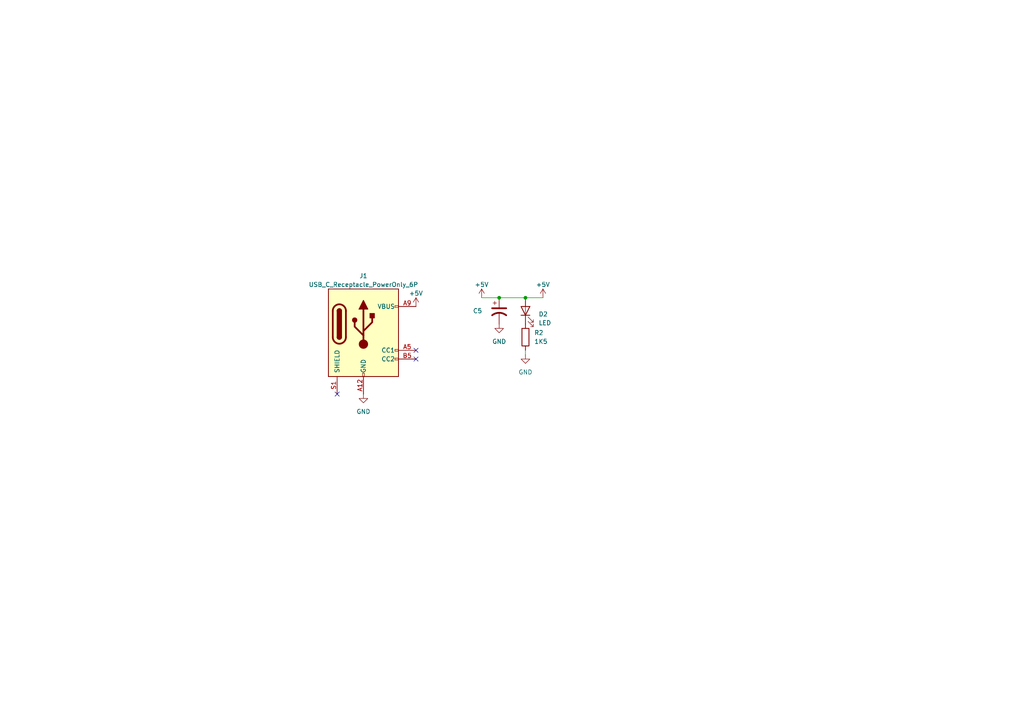
<source format=kicad_sch>
(kicad_sch
	(version 20231120)
	(generator "eeschema")
	(generator_version "8.0")
	(uuid "6f664d12-6923-4823-8f26-b9fd83659520")
	(paper "A4")
	(lib_symbols
		(symbol "Connector:USB_C_Receptacle_PowerOnly_6P"
			(pin_names
				(offset 1.016)
			)
			(exclude_from_sim no)
			(in_bom yes)
			(on_board yes)
			(property "Reference" "J"
				(at 0 16.51 0)
				(effects
					(font
						(size 1.27 1.27)
					)
					(justify bottom)
				)
			)
			(property "Value" "USB_C_Receptacle_PowerOnly_6P"
				(at 0 13.97 0)
				(effects
					(font
						(size 1.27 1.27)
					)
					(justify bottom)
				)
			)
			(property "Footprint" ""
				(at 3.81 2.54 0)
				(effects
					(font
						(size 1.27 1.27)
					)
					(hide yes)
				)
			)
			(property "Datasheet" "https://www.usb.org/sites/default/files/documents/usb_type-c.zip"
				(at 0 0 0)
				(effects
					(font
						(size 1.27 1.27)
					)
					(hide yes)
				)
			)
			(property "Description" "USB Power-Only 6P Type-C Receptacle connector"
				(at 0 0 0)
				(effects
					(font
						(size 1.27 1.27)
					)
					(hide yes)
				)
			)
			(property "ki_keywords" "usb universal serial bus type-C power-only charging-only 6P 6C"
				(at 0 0 0)
				(effects
					(font
						(size 1.27 1.27)
					)
					(hide yes)
				)
			)
			(property "ki_fp_filters" "USB*C*Receptacle*"
				(at 0 0 0)
				(effects
					(font
						(size 1.27 1.27)
					)
					(hide yes)
				)
			)
			(symbol "USB_C_Receptacle_PowerOnly_6P_0_0"
				(rectangle
					(start -0.254 -12.7)
					(end 0.254 -11.684)
					(stroke
						(width 0)
						(type default)
					)
					(fill
						(type none)
					)
				)
				(rectangle
					(start 10.16 -7.366)
					(end 9.144 -7.874)
					(stroke
						(width 0)
						(type default)
					)
					(fill
						(type none)
					)
				)
				(rectangle
					(start 10.16 -4.826)
					(end 9.144 -5.334)
					(stroke
						(width 0)
						(type default)
					)
					(fill
						(type none)
					)
				)
				(rectangle
					(start 10.16 7.874)
					(end 9.144 7.366)
					(stroke
						(width 0)
						(type default)
					)
					(fill
						(type none)
					)
				)
			)
			(symbol "USB_C_Receptacle_PowerOnly_6P_0_1"
				(rectangle
					(start -10.16 12.7)
					(end 10.16 -12.7)
					(stroke
						(width 0.254)
						(type default)
					)
					(fill
						(type background)
					)
				)
				(arc
					(start -8.89 -1.27)
					(mid -6.985 -3.1667)
					(end -5.08 -1.27)
					(stroke
						(width 0.508)
						(type default)
					)
					(fill
						(type none)
					)
				)
				(arc
					(start -7.62 -1.27)
					(mid -6.985 -1.9023)
					(end -6.35 -1.27)
					(stroke
						(width 0.254)
						(type default)
					)
					(fill
						(type none)
					)
				)
				(arc
					(start -7.62 -1.27)
					(mid -6.985 -1.9023)
					(end -6.35 -1.27)
					(stroke
						(width 0.254)
						(type default)
					)
					(fill
						(type outline)
					)
				)
				(rectangle
					(start -7.62 -1.27)
					(end -6.35 6.35)
					(stroke
						(width 0.254)
						(type default)
					)
					(fill
						(type outline)
					)
				)
				(arc
					(start -6.35 6.35)
					(mid -6.985 6.9823)
					(end -7.62 6.35)
					(stroke
						(width 0.254)
						(type default)
					)
					(fill
						(type none)
					)
				)
				(arc
					(start -6.35 6.35)
					(mid -6.985 6.9823)
					(end -7.62 6.35)
					(stroke
						(width 0.254)
						(type default)
					)
					(fill
						(type outline)
					)
				)
				(arc
					(start -5.08 6.35)
					(mid -6.985 8.2467)
					(end -8.89 6.35)
					(stroke
						(width 0.508)
						(type default)
					)
					(fill
						(type none)
					)
				)
				(circle
					(center -2.54 3.683)
					(radius 0.635)
					(stroke
						(width 0.254)
						(type default)
					)
					(fill
						(type outline)
					)
				)
				(circle
					(center 0 -3.302)
					(radius 1.27)
					(stroke
						(width 0)
						(type default)
					)
					(fill
						(type outline)
					)
				)
				(polyline
					(pts
						(xy -8.89 -1.27) (xy -8.89 6.35)
					)
					(stroke
						(width 0.508)
						(type default)
					)
					(fill
						(type none)
					)
				)
				(polyline
					(pts
						(xy -5.08 6.35) (xy -5.08 -1.27)
					)
					(stroke
						(width 0.508)
						(type default)
					)
					(fill
						(type none)
					)
				)
				(polyline
					(pts
						(xy 0 -3.302) (xy 0 6.858)
					)
					(stroke
						(width 0.508)
						(type default)
					)
					(fill
						(type none)
					)
				)
				(polyline
					(pts
						(xy 0 -0.762) (xy -2.54 1.778) (xy -2.54 3.048)
					)
					(stroke
						(width 0.508)
						(type default)
					)
					(fill
						(type none)
					)
				)
				(polyline
					(pts
						(xy 0 0.508) (xy 2.54 3.048) (xy 2.54 4.318)
					)
					(stroke
						(width 0.508)
						(type default)
					)
					(fill
						(type none)
					)
				)
				(polyline
					(pts
						(xy -1.27 6.858) (xy 0 9.398) (xy 1.27 6.858) (xy -1.27 6.858)
					)
					(stroke
						(width 0.254)
						(type default)
					)
					(fill
						(type outline)
					)
				)
				(rectangle
					(start 1.905 4.318)
					(end 3.175 5.588)
					(stroke
						(width 0.254)
						(type default)
					)
					(fill
						(type outline)
					)
				)
			)
			(symbol "USB_C_Receptacle_PowerOnly_6P_1_1"
				(pin passive line
					(at 0 -17.78 90)
					(length 5.08)
					(name "GND"
						(effects
							(font
								(size 1.27 1.27)
							)
						)
					)
					(number "A12"
						(effects
							(font
								(size 1.27 1.27)
							)
						)
					)
				)
				(pin bidirectional line
					(at 15.24 -5.08 180)
					(length 5.08)
					(name "CC1"
						(effects
							(font
								(size 1.27 1.27)
							)
						)
					)
					(number "A5"
						(effects
							(font
								(size 1.27 1.27)
							)
						)
					)
				)
				(pin passive line
					(at 15.24 7.62 180)
					(length 5.08)
					(name "VBUS"
						(effects
							(font
								(size 1.27 1.27)
							)
						)
					)
					(number "A9"
						(effects
							(font
								(size 1.27 1.27)
							)
						)
					)
				)
				(pin passive line
					(at 0 -17.78 90)
					(length 5.08) hide
					(name "GND"
						(effects
							(font
								(size 1.27 1.27)
							)
						)
					)
					(number "B12"
						(effects
							(font
								(size 1.27 1.27)
							)
						)
					)
				)
				(pin bidirectional line
					(at 15.24 -7.62 180)
					(length 5.08)
					(name "CC2"
						(effects
							(font
								(size 1.27 1.27)
							)
						)
					)
					(number "B5"
						(effects
							(font
								(size 1.27 1.27)
							)
						)
					)
				)
				(pin passive line
					(at 15.24 7.62 180)
					(length 5.08) hide
					(name "VBUS"
						(effects
							(font
								(size 1.27 1.27)
							)
						)
					)
					(number "B9"
						(effects
							(font
								(size 1.27 1.27)
							)
						)
					)
				)
				(pin passive line
					(at -7.62 -17.78 90)
					(length 5.08)
					(name "SHIELD"
						(effects
							(font
								(size 1.27 1.27)
							)
						)
					)
					(number "S1"
						(effects
							(font
								(size 1.27 1.27)
							)
						)
					)
				)
			)
		)
		(symbol "Device:C_Polarized_US"
			(pin_numbers hide)
			(pin_names
				(offset 0.254) hide)
			(exclude_from_sim no)
			(in_bom yes)
			(on_board yes)
			(property "Reference" "C"
				(at 0.635 2.54 0)
				(effects
					(font
						(size 1.27 1.27)
					)
					(justify left)
				)
			)
			(property "Value" "C_Polarized_US"
				(at 0.635 -2.54 0)
				(effects
					(font
						(size 1.27 1.27)
					)
					(justify left)
				)
			)
			(property "Footprint" ""
				(at 0 0 0)
				(effects
					(font
						(size 1.27 1.27)
					)
					(hide yes)
				)
			)
			(property "Datasheet" "~"
				(at 0 0 0)
				(effects
					(font
						(size 1.27 1.27)
					)
					(hide yes)
				)
			)
			(property "Description" "Polarized capacitor, US symbol"
				(at 0 0 0)
				(effects
					(font
						(size 1.27 1.27)
					)
					(hide yes)
				)
			)
			(property "ki_keywords" "cap capacitor"
				(at 0 0 0)
				(effects
					(font
						(size 1.27 1.27)
					)
					(hide yes)
				)
			)
			(property "ki_fp_filters" "CP_*"
				(at 0 0 0)
				(effects
					(font
						(size 1.27 1.27)
					)
					(hide yes)
				)
			)
			(symbol "C_Polarized_US_0_1"
				(polyline
					(pts
						(xy -2.032 0.762) (xy 2.032 0.762)
					)
					(stroke
						(width 0.508)
						(type default)
					)
					(fill
						(type none)
					)
				)
				(polyline
					(pts
						(xy -1.778 2.286) (xy -0.762 2.286)
					)
					(stroke
						(width 0)
						(type default)
					)
					(fill
						(type none)
					)
				)
				(polyline
					(pts
						(xy -1.27 1.778) (xy -1.27 2.794)
					)
					(stroke
						(width 0)
						(type default)
					)
					(fill
						(type none)
					)
				)
				(arc
					(start 2.032 -1.27)
					(mid 0 -0.5572)
					(end -2.032 -1.27)
					(stroke
						(width 0.508)
						(type default)
					)
					(fill
						(type none)
					)
				)
			)
			(symbol "C_Polarized_US_1_1"
				(pin passive line
					(at 0 3.81 270)
					(length 2.794)
					(name "~"
						(effects
							(font
								(size 1.27 1.27)
							)
						)
					)
					(number "1"
						(effects
							(font
								(size 1.27 1.27)
							)
						)
					)
				)
				(pin passive line
					(at 0 -3.81 90)
					(length 3.302)
					(name "~"
						(effects
							(font
								(size 1.27 1.27)
							)
						)
					)
					(number "2"
						(effects
							(font
								(size 1.27 1.27)
							)
						)
					)
				)
			)
		)
		(symbol "Device:LED"
			(pin_numbers hide)
			(pin_names
				(offset 1.016) hide)
			(exclude_from_sim no)
			(in_bom yes)
			(on_board yes)
			(property "Reference" "D"
				(at 0 2.54 0)
				(effects
					(font
						(size 1.27 1.27)
					)
				)
			)
			(property "Value" "LED"
				(at 0 -2.54 0)
				(effects
					(font
						(size 1.27 1.27)
					)
				)
			)
			(property "Footprint" ""
				(at 0 0 0)
				(effects
					(font
						(size 1.27 1.27)
					)
					(hide yes)
				)
			)
			(property "Datasheet" "~"
				(at 0 0 0)
				(effects
					(font
						(size 1.27 1.27)
					)
					(hide yes)
				)
			)
			(property "Description" "Light emitting diode"
				(at 0 0 0)
				(effects
					(font
						(size 1.27 1.27)
					)
					(hide yes)
				)
			)
			(property "ki_keywords" "LED diode"
				(at 0 0 0)
				(effects
					(font
						(size 1.27 1.27)
					)
					(hide yes)
				)
			)
			(property "ki_fp_filters" "LED* LED_SMD:* LED_THT:*"
				(at 0 0 0)
				(effects
					(font
						(size 1.27 1.27)
					)
					(hide yes)
				)
			)
			(symbol "LED_0_1"
				(polyline
					(pts
						(xy -1.27 -1.27) (xy -1.27 1.27)
					)
					(stroke
						(width 0.254)
						(type default)
					)
					(fill
						(type none)
					)
				)
				(polyline
					(pts
						(xy -1.27 0) (xy 1.27 0)
					)
					(stroke
						(width 0)
						(type default)
					)
					(fill
						(type none)
					)
				)
				(polyline
					(pts
						(xy 1.27 -1.27) (xy 1.27 1.27) (xy -1.27 0) (xy 1.27 -1.27)
					)
					(stroke
						(width 0.254)
						(type default)
					)
					(fill
						(type none)
					)
				)
				(polyline
					(pts
						(xy -3.048 -0.762) (xy -4.572 -2.286) (xy -3.81 -2.286) (xy -4.572 -2.286) (xy -4.572 -1.524)
					)
					(stroke
						(width 0)
						(type default)
					)
					(fill
						(type none)
					)
				)
				(polyline
					(pts
						(xy -1.778 -0.762) (xy -3.302 -2.286) (xy -2.54 -2.286) (xy -3.302 -2.286) (xy -3.302 -1.524)
					)
					(stroke
						(width 0)
						(type default)
					)
					(fill
						(type none)
					)
				)
			)
			(symbol "LED_1_1"
				(pin passive line
					(at -3.81 0 0)
					(length 2.54)
					(name "K"
						(effects
							(font
								(size 1.27 1.27)
							)
						)
					)
					(number "1"
						(effects
							(font
								(size 1.27 1.27)
							)
						)
					)
				)
				(pin passive line
					(at 3.81 0 180)
					(length 2.54)
					(name "A"
						(effects
							(font
								(size 1.27 1.27)
							)
						)
					)
					(number "2"
						(effects
							(font
								(size 1.27 1.27)
							)
						)
					)
				)
			)
		)
		(symbol "Device:R"
			(pin_numbers hide)
			(pin_names
				(offset 0)
			)
			(exclude_from_sim no)
			(in_bom yes)
			(on_board yes)
			(property "Reference" "R"
				(at 2.032 0 90)
				(effects
					(font
						(size 1.27 1.27)
					)
				)
			)
			(property "Value" "R"
				(at 0 0 90)
				(effects
					(font
						(size 1.27 1.27)
					)
				)
			)
			(property "Footprint" ""
				(at -1.778 0 90)
				(effects
					(font
						(size 1.27 1.27)
					)
					(hide yes)
				)
			)
			(property "Datasheet" "~"
				(at 0 0 0)
				(effects
					(font
						(size 1.27 1.27)
					)
					(hide yes)
				)
			)
			(property "Description" "Resistor"
				(at 0 0 0)
				(effects
					(font
						(size 1.27 1.27)
					)
					(hide yes)
				)
			)
			(property "ki_keywords" "R res resistor"
				(at 0 0 0)
				(effects
					(font
						(size 1.27 1.27)
					)
					(hide yes)
				)
			)
			(property "ki_fp_filters" "R_*"
				(at 0 0 0)
				(effects
					(font
						(size 1.27 1.27)
					)
					(hide yes)
				)
			)
			(symbol "R_0_1"
				(rectangle
					(start -1.016 -2.54)
					(end 1.016 2.54)
					(stroke
						(width 0.254)
						(type default)
					)
					(fill
						(type none)
					)
				)
			)
			(symbol "R_1_1"
				(pin passive line
					(at 0 3.81 270)
					(length 1.27)
					(name "~"
						(effects
							(font
								(size 1.27 1.27)
							)
						)
					)
					(number "1"
						(effects
							(font
								(size 1.27 1.27)
							)
						)
					)
				)
				(pin passive line
					(at 0 -3.81 90)
					(length 1.27)
					(name "~"
						(effects
							(font
								(size 1.27 1.27)
							)
						)
					)
					(number "2"
						(effects
							(font
								(size 1.27 1.27)
							)
						)
					)
				)
			)
		)
		(symbol "power:+5V"
			(power)
			(pin_names
				(offset 0)
			)
			(exclude_from_sim no)
			(in_bom yes)
			(on_board yes)
			(property "Reference" "#PWR"
				(at 0 -3.81 0)
				(effects
					(font
						(size 1.27 1.27)
					)
					(hide yes)
				)
			)
			(property "Value" "+5V"
				(at 0 3.556 0)
				(effects
					(font
						(size 1.27 1.27)
					)
				)
			)
			(property "Footprint" ""
				(at 0 0 0)
				(effects
					(font
						(size 1.27 1.27)
					)
					(hide yes)
				)
			)
			(property "Datasheet" ""
				(at 0 0 0)
				(effects
					(font
						(size 1.27 1.27)
					)
					(hide yes)
				)
			)
			(property "Description" "Power symbol creates a global label with name \"+5V\""
				(at 0 0 0)
				(effects
					(font
						(size 1.27 1.27)
					)
					(hide yes)
				)
			)
			(property "ki_keywords" "global power"
				(at 0 0 0)
				(effects
					(font
						(size 1.27 1.27)
					)
					(hide yes)
				)
			)
			(symbol "+5V_0_1"
				(polyline
					(pts
						(xy -0.762 1.27) (xy 0 2.54)
					)
					(stroke
						(width 0)
						(type default)
					)
					(fill
						(type none)
					)
				)
				(polyline
					(pts
						(xy 0 0) (xy 0 2.54)
					)
					(stroke
						(width 0)
						(type default)
					)
					(fill
						(type none)
					)
				)
				(polyline
					(pts
						(xy 0 2.54) (xy 0.762 1.27)
					)
					(stroke
						(width 0)
						(type default)
					)
					(fill
						(type none)
					)
				)
			)
			(symbol "+5V_1_1"
				(pin power_in line
					(at 0 0 90)
					(length 0) hide
					(name "+5V"
						(effects
							(font
								(size 1.27 1.27)
							)
						)
					)
					(number "1"
						(effects
							(font
								(size 1.27 1.27)
							)
						)
					)
				)
			)
		)
		(symbol "power:GND"
			(power)
			(pin_names
				(offset 0)
			)
			(exclude_from_sim no)
			(in_bom yes)
			(on_board yes)
			(property "Reference" "#PWR"
				(at 0 -6.35 0)
				(effects
					(font
						(size 1.27 1.27)
					)
					(hide yes)
				)
			)
			(property "Value" "GND"
				(at 0 -3.81 0)
				(effects
					(font
						(size 1.27 1.27)
					)
				)
			)
			(property "Footprint" ""
				(at 0 0 0)
				(effects
					(font
						(size 1.27 1.27)
					)
					(hide yes)
				)
			)
			(property "Datasheet" ""
				(at 0 0 0)
				(effects
					(font
						(size 1.27 1.27)
					)
					(hide yes)
				)
			)
			(property "Description" "Power symbol creates a global label with name \"GND\" , ground"
				(at 0 0 0)
				(effects
					(font
						(size 1.27 1.27)
					)
					(hide yes)
				)
			)
			(property "ki_keywords" "global power"
				(at 0 0 0)
				(effects
					(font
						(size 1.27 1.27)
					)
					(hide yes)
				)
			)
			(symbol "GND_0_1"
				(polyline
					(pts
						(xy 0 0) (xy 0 -1.27) (xy 1.27 -1.27) (xy 0 -2.54) (xy -1.27 -1.27) (xy 0 -1.27)
					)
					(stroke
						(width 0)
						(type default)
					)
					(fill
						(type none)
					)
				)
			)
			(symbol "GND_1_1"
				(pin power_in line
					(at 0 0 270)
					(length 0) hide
					(name "GND"
						(effects
							(font
								(size 1.27 1.27)
							)
						)
					)
					(number "1"
						(effects
							(font
								(size 1.27 1.27)
							)
						)
					)
				)
			)
		)
	)
	(junction
		(at 152.4 86.36)
		(diameter 0)
		(color 0 0 0 0)
		(uuid "ccae2975-c011-402c-80aa-bd0f53125d4e")
	)
	(junction
		(at 144.78 86.36)
		(diameter 0)
		(color 0 0 0 0)
		(uuid "fef09f92-879e-4a58-9f5c-e203b3bc808b")
	)
	(no_connect
		(at 120.65 101.6)
		(uuid "14127a5b-5d80-496c-9d46-68cc0a87d8a1")
	)
	(no_connect
		(at 120.65 104.14)
		(uuid "3d128fdb-f6f7-49f1-b045-5c96264f2038")
	)
	(no_connect
		(at 97.79 114.3)
		(uuid "e9dd19f6-a4b4-4770-a76e-691249de1a13")
	)
	(wire
		(pts
			(xy 152.4 86.36) (xy 157.48 86.36)
		)
		(stroke
			(width 0)
			(type default)
		)
		(uuid "176e194b-d4aa-4cd6-8d07-04a2ad11bc73")
	)
	(wire
		(pts
			(xy 144.78 86.36) (xy 152.4 86.36)
		)
		(stroke
			(width 0)
			(type default)
		)
		(uuid "5846c5fc-7132-40cf-9f1a-ca9465a46418")
	)
	(wire
		(pts
			(xy 152.4 102.87) (xy 152.4 101.6)
		)
		(stroke
			(width 0)
			(type default)
		)
		(uuid "5c5832df-e50d-48e6-9468-5f738477b309")
	)
	(wire
		(pts
			(xy 139.7 86.36) (xy 144.78 86.36)
		)
		(stroke
			(width 0)
			(type default)
		)
		(uuid "fc0c1c84-081b-4def-a71a-8ff916693102")
	)
	(symbol
		(lib_id "Connector:USB_C_Receptacle_PowerOnly_6P")
		(at 105.41 96.52 0)
		(unit 1)
		(exclude_from_sim no)
		(in_bom yes)
		(on_board yes)
		(dnp no)
		(fields_autoplaced yes)
		(uuid "0f58acf2-8ec3-4f30-ace3-2e6bb8035a85")
		(property "Reference" "J1"
			(at 105.41 80.01 0)
			(effects
				(font
					(size 1.27 1.27)
				)
			)
		)
		(property "Value" "USB_C_Receptacle_PowerOnly_6P"
			(at 105.41 82.55 0)
			(effects
				(font
					(size 1.27 1.27)
				)
			)
		)
		(property "Footprint" "AAAAAAAAA:GCT_USB4125-GF-A_REVA2 USB C FEMALE"
			(at 109.22 93.98 0)
			(effects
				(font
					(size 1.27 1.27)
				)
				(hide yes)
			)
		)
		(property "Datasheet" "https://www.usb.org/sites/default/files/documents/usb_type-c.zip"
			(at 105.41 96.52 0)
			(effects
				(font
					(size 1.27 1.27)
				)
				(hide yes)
			)
		)
		(property "Description" ""
			(at 105.41 96.52 0)
			(effects
				(font
					(size 1.27 1.27)
				)
				(hide yes)
			)
		)
		(pin "A12"
			(uuid "c79d808c-1176-421f-a54a-afcb8770a9af")
		)
		(pin "A5"
			(uuid "b27f3020-8ccd-423f-a43c-61417db99111")
		)
		(pin "A9"
			(uuid "bf16abad-7a8d-4a32-aebb-92a9853ada86")
		)
		(pin "B12"
			(uuid "04898f51-5a20-4952-96bf-01a4075deac1")
		)
		(pin "B5"
			(uuid "b2318e76-bde2-48a0-9df8-7ed8f102c3fe")
		)
		(pin "B9"
			(uuid "f071fbe1-702b-4550-81f8-3c480a9c2bac")
		)
		(pin "S1"
			(uuid "8fe65159-e726-4944-b9f9-76dae145bc15")
		)
		(instances
			(project "256JKFF"
				(path "/56463b8e-670e-41df-bd3a-314161dc4bc4/7cb1b4b8-4938-41c8-bf3d-f2d9197a9155"
					(reference "J1")
					(unit 1)
				)
			)
			(project "Olga2"
				(path "/e2d6aba0-f2ef-49b3-9029-0ff5f35b0084"
					(reference "J?")
					(unit 1)
				)
			)
		)
	)
	(symbol
		(lib_id "Device:R")
		(at 152.4 97.79 0)
		(unit 1)
		(exclude_from_sim no)
		(in_bom yes)
		(on_board yes)
		(dnp no)
		(fields_autoplaced yes)
		(uuid "23012be0-9dc1-4276-8e8c-c33ff3f0a1fd")
		(property "Reference" "R2"
			(at 154.94 96.5199 0)
			(effects
				(font
					(size 1.27 1.27)
				)
				(justify left)
			)
		)
		(property "Value" "1K5"
			(at 154.94 99.0599 0)
			(effects
				(font
					(size 1.27 1.27)
				)
				(justify left)
			)
		)
		(property "Footprint" "Resistor_SMD:R_1206_3216Metric"
			(at 150.622 97.79 90)
			(effects
				(font
					(size 1.27 1.27)
				)
				(hide yes)
			)
		)
		(property "Datasheet" "~"
			(at 152.4 97.79 0)
			(effects
				(font
					(size 1.27 1.27)
				)
				(hide yes)
			)
		)
		(property "Description" ""
			(at 152.4 97.79 0)
			(effects
				(font
					(size 1.27 1.27)
				)
				(hide yes)
			)
		)
		(pin "1"
			(uuid "30cb583b-deda-4a52-9bcb-84599f1d8fdf")
		)
		(pin "2"
			(uuid "affaf305-c821-4ace-bbbb-29e1509bc360")
		)
		(instances
			(project "256JKFF"
				(path "/56463b8e-670e-41df-bd3a-314161dc4bc4/7cb1b4b8-4938-41c8-bf3d-f2d9197a9155"
					(reference "R2")
					(unit 1)
				)
			)
		)
	)
	(symbol
		(lib_id "power:+5V")
		(at 139.7 86.36 0)
		(unit 1)
		(exclude_from_sim no)
		(in_bom yes)
		(on_board yes)
		(dnp no)
		(fields_autoplaced yes)
		(uuid "2cb789a1-22b2-45e5-82de-699effe5683b")
		(property "Reference" "#PWR016"
			(at 139.7 90.17 0)
			(effects
				(font
					(size 1.27 1.27)
				)
				(hide yes)
			)
		)
		(property "Value" "+5V"
			(at 139.7 82.55 0)
			(effects
				(font
					(size 1.27 1.27)
				)
			)
		)
		(property "Footprint" ""
			(at 139.7 86.36 0)
			(effects
				(font
					(size 1.27 1.27)
				)
				(hide yes)
			)
		)
		(property "Datasheet" ""
			(at 139.7 86.36 0)
			(effects
				(font
					(size 1.27 1.27)
				)
				(hide yes)
			)
		)
		(property "Description" ""
			(at 139.7 86.36 0)
			(effects
				(font
					(size 1.27 1.27)
				)
				(hide yes)
			)
		)
		(pin "1"
			(uuid "2c65c84c-37ca-487a-88ed-dcae878e8469")
		)
		(instances
			(project "256JKFF"
				(path "/56463b8e-670e-41df-bd3a-314161dc4bc4/7cb1b4b8-4938-41c8-bf3d-f2d9197a9155"
					(reference "#PWR016")
					(unit 1)
				)
			)
		)
	)
	(symbol
		(lib_id "Device:C_Polarized_US")
		(at 144.78 90.17 0)
		(unit 1)
		(exclude_from_sim no)
		(in_bom yes)
		(on_board yes)
		(dnp no)
		(uuid "45b96025-8ea2-4ee1-a5d6-2834883391a2")
		(property "Reference" "C5"
			(at 137.16 90.17 0)
			(effects
				(font
					(size 1.27 1.27)
				)
				(justify left)
			)
		)
		(property "Value" "293D106X96R3A2TE3"
			(at 148.59 91.44 0)
			(effects
				(font
					(size 1.27 1.27)
				)
				(justify left)
				(hide yes)
			)
		)
		(property "Footprint" "AAAAAAAAA:CAPMP3216X180N"
			(at 144.78 90.17 0)
			(effects
				(font
					(size 1.27 1.27)
				)
				(hide yes)
			)
		)
		(property "Datasheet" "~"
			(at 144.78 90.17 0)
			(effects
				(font
					(size 1.27 1.27)
				)
				(hide yes)
			)
		)
		(property "Description" ""
			(at 144.78 90.17 0)
			(effects
				(font
					(size 1.27 1.27)
				)
				(hide yes)
			)
		)
		(pin "1"
			(uuid "8b9da106-7c9b-46d0-a9f9-3db3aed26962")
		)
		(pin "2"
			(uuid "6fff0615-0f75-49a0-bc6c-4d40c2540058")
		)
		(instances
			(project "256JKFF"
				(path "/56463b8e-670e-41df-bd3a-314161dc4bc4/7cb1b4b8-4938-41c8-bf3d-f2d9197a9155"
					(reference "C5")
					(unit 1)
				)
			)
		)
	)
	(symbol
		(lib_id "power:GND")
		(at 105.41 114.3 0)
		(unit 1)
		(exclude_from_sim no)
		(in_bom yes)
		(on_board yes)
		(dnp no)
		(fields_autoplaced yes)
		(uuid "4da2c99d-754e-48c2-8529-ed65021ba6be")
		(property "Reference" "#PWR014"
			(at 105.41 120.65 0)
			(effects
				(font
					(size 1.27 1.27)
				)
				(hide yes)
			)
		)
		(property "Value" "GND"
			(at 105.41 119.38 0)
			(effects
				(font
					(size 1.27 1.27)
				)
			)
		)
		(property "Footprint" ""
			(at 105.41 114.3 0)
			(effects
				(font
					(size 1.27 1.27)
				)
				(hide yes)
			)
		)
		(property "Datasheet" ""
			(at 105.41 114.3 0)
			(effects
				(font
					(size 1.27 1.27)
				)
				(hide yes)
			)
		)
		(property "Description" ""
			(at 105.41 114.3 0)
			(effects
				(font
					(size 1.27 1.27)
				)
				(hide yes)
			)
		)
		(pin "1"
			(uuid "ba5bf3cd-87b7-4a9d-81e3-81d0fc661817")
		)
		(instances
			(project "256JKFF"
				(path "/56463b8e-670e-41df-bd3a-314161dc4bc4/7cb1b4b8-4938-41c8-bf3d-f2d9197a9155"
					(reference "#PWR014")
					(unit 1)
				)
			)
		)
	)
	(symbol
		(lib_id "power:GND")
		(at 152.4 102.87 0)
		(unit 1)
		(exclude_from_sim no)
		(in_bom yes)
		(on_board yes)
		(dnp no)
		(fields_autoplaced yes)
		(uuid "53ef3651-7e44-40f0-9e52-53bf26d405ac")
		(property "Reference" "#PWR018"
			(at 152.4 109.22 0)
			(effects
				(font
					(size 1.27 1.27)
				)
				(hide yes)
			)
		)
		(property "Value" "GND"
			(at 152.4 107.95 0)
			(effects
				(font
					(size 1.27 1.27)
				)
			)
		)
		(property "Footprint" ""
			(at 152.4 102.87 0)
			(effects
				(font
					(size 1.27 1.27)
				)
				(hide yes)
			)
		)
		(property "Datasheet" ""
			(at 152.4 102.87 0)
			(effects
				(font
					(size 1.27 1.27)
				)
				(hide yes)
			)
		)
		(property "Description" ""
			(at 152.4 102.87 0)
			(effects
				(font
					(size 1.27 1.27)
				)
				(hide yes)
			)
		)
		(pin "1"
			(uuid "9e5c1d7d-2ac7-4a9a-9c31-c4be305cb935")
		)
		(instances
			(project "256JKFF"
				(path "/56463b8e-670e-41df-bd3a-314161dc4bc4/7cb1b4b8-4938-41c8-bf3d-f2d9197a9155"
					(reference "#PWR018")
					(unit 1)
				)
			)
		)
	)
	(symbol
		(lib_id "power:+5V")
		(at 120.65 88.9 0)
		(unit 1)
		(exclude_from_sim no)
		(in_bom yes)
		(on_board yes)
		(dnp no)
		(fields_autoplaced yes)
		(uuid "81b62bdc-d7f1-4190-9174-2470454107fc")
		(property "Reference" "#PWR015"
			(at 120.65 92.71 0)
			(effects
				(font
					(size 1.27 1.27)
				)
				(hide yes)
			)
		)
		(property "Value" "+5V"
			(at 120.65 85.09 0)
			(effects
				(font
					(size 1.27 1.27)
				)
			)
		)
		(property "Footprint" ""
			(at 120.65 88.9 0)
			(effects
				(font
					(size 1.27 1.27)
				)
				(hide yes)
			)
		)
		(property "Datasheet" ""
			(at 120.65 88.9 0)
			(effects
				(font
					(size 1.27 1.27)
				)
				(hide yes)
			)
		)
		(property "Description" ""
			(at 120.65 88.9 0)
			(effects
				(font
					(size 1.27 1.27)
				)
				(hide yes)
			)
		)
		(pin "1"
			(uuid "d69e8713-b71f-49be-a729-f73cb2d42267")
		)
		(instances
			(project "256JKFF"
				(path "/56463b8e-670e-41df-bd3a-314161dc4bc4/7cb1b4b8-4938-41c8-bf3d-f2d9197a9155"
					(reference "#PWR015")
					(unit 1)
				)
			)
		)
	)
	(symbol
		(lib_id "power:+5V")
		(at 157.48 86.36 0)
		(unit 1)
		(exclude_from_sim no)
		(in_bom yes)
		(on_board yes)
		(dnp no)
		(fields_autoplaced yes)
		(uuid "ac875e59-aa07-404a-89c8-f321815b1a71")
		(property "Reference" "#PWR019"
			(at 157.48 90.17 0)
			(effects
				(font
					(size 1.27 1.27)
				)
				(hide yes)
			)
		)
		(property "Value" "+5V"
			(at 157.48 82.55 0)
			(effects
				(font
					(size 1.27 1.27)
				)
			)
		)
		(property "Footprint" ""
			(at 157.48 86.36 0)
			(effects
				(font
					(size 1.27 1.27)
				)
				(hide yes)
			)
		)
		(property "Datasheet" ""
			(at 157.48 86.36 0)
			(effects
				(font
					(size 1.27 1.27)
				)
				(hide yes)
			)
		)
		(property "Description" ""
			(at 157.48 86.36 0)
			(effects
				(font
					(size 1.27 1.27)
				)
				(hide yes)
			)
		)
		(pin "1"
			(uuid "a20ec745-d93d-405f-a06b-e14bda85c915")
		)
		(instances
			(project "256JKFF"
				(path "/56463b8e-670e-41df-bd3a-314161dc4bc4/7cb1b4b8-4938-41c8-bf3d-f2d9197a9155"
					(reference "#PWR019")
					(unit 1)
				)
			)
		)
	)
	(symbol
		(lib_id "power:GND")
		(at 144.78 93.98 0)
		(unit 1)
		(exclude_from_sim no)
		(in_bom yes)
		(on_board yes)
		(dnp no)
		(fields_autoplaced yes)
		(uuid "af807b82-8f57-4af4-a50c-45cde802525d")
		(property "Reference" "#PWR017"
			(at 144.78 100.33 0)
			(effects
				(font
					(size 1.27 1.27)
				)
				(hide yes)
			)
		)
		(property "Value" "GND"
			(at 144.78 99.06 0)
			(effects
				(font
					(size 1.27 1.27)
				)
			)
		)
		(property "Footprint" ""
			(at 144.78 93.98 0)
			(effects
				(font
					(size 1.27 1.27)
				)
				(hide yes)
			)
		)
		(property "Datasheet" ""
			(at 144.78 93.98 0)
			(effects
				(font
					(size 1.27 1.27)
				)
				(hide yes)
			)
		)
		(property "Description" ""
			(at 144.78 93.98 0)
			(effects
				(font
					(size 1.27 1.27)
				)
				(hide yes)
			)
		)
		(pin "1"
			(uuid "277f513a-89b7-42c8-a202-540c376464c9")
		)
		(instances
			(project "256JKFF"
				(path "/56463b8e-670e-41df-bd3a-314161dc4bc4/7cb1b4b8-4938-41c8-bf3d-f2d9197a9155"
					(reference "#PWR017")
					(unit 1)
				)
			)
		)
	)
	(symbol
		(lib_id "Device:LED")
		(at 152.4 90.17 90)
		(unit 1)
		(exclude_from_sim no)
		(in_bom yes)
		(on_board yes)
		(dnp no)
		(fields_autoplaced yes)
		(uuid "c1be4740-edf8-4475-8b93-e93979b54676")
		(property "Reference" "D2"
			(at 156.21 91.1225 90)
			(effects
				(font
					(size 1.27 1.27)
				)
				(justify right)
			)
		)
		(property "Value" "LED"
			(at 156.21 93.6625 90)
			(effects
				(font
					(size 1.27 1.27)
				)
				(justify right)
			)
		)
		(property "Footprint" "LED_SMD:LED_1206_3216Metric"
			(at 152.4 90.17 0)
			(effects
				(font
					(size 1.27 1.27)
				)
				(hide yes)
			)
		)
		(property "Datasheet" "~"
			(at 152.4 90.17 0)
			(effects
				(font
					(size 1.27 1.27)
				)
				(hide yes)
			)
		)
		(property "Description" ""
			(at 152.4 90.17 0)
			(effects
				(font
					(size 1.27 1.27)
				)
				(hide yes)
			)
		)
		(pin "1"
			(uuid "27f47e27-f46c-403a-af67-26d5d1615dff")
		)
		(pin "2"
			(uuid "ad4de545-4602-4a67-a6bb-d89ec9a6d4a0")
		)
		(instances
			(project "256JKFF"
				(path "/56463b8e-670e-41df-bd3a-314161dc4bc4/7cb1b4b8-4938-41c8-bf3d-f2d9197a9155"
					(reference "D2")
					(unit 1)
				)
			)
		)
	)
)
</source>
